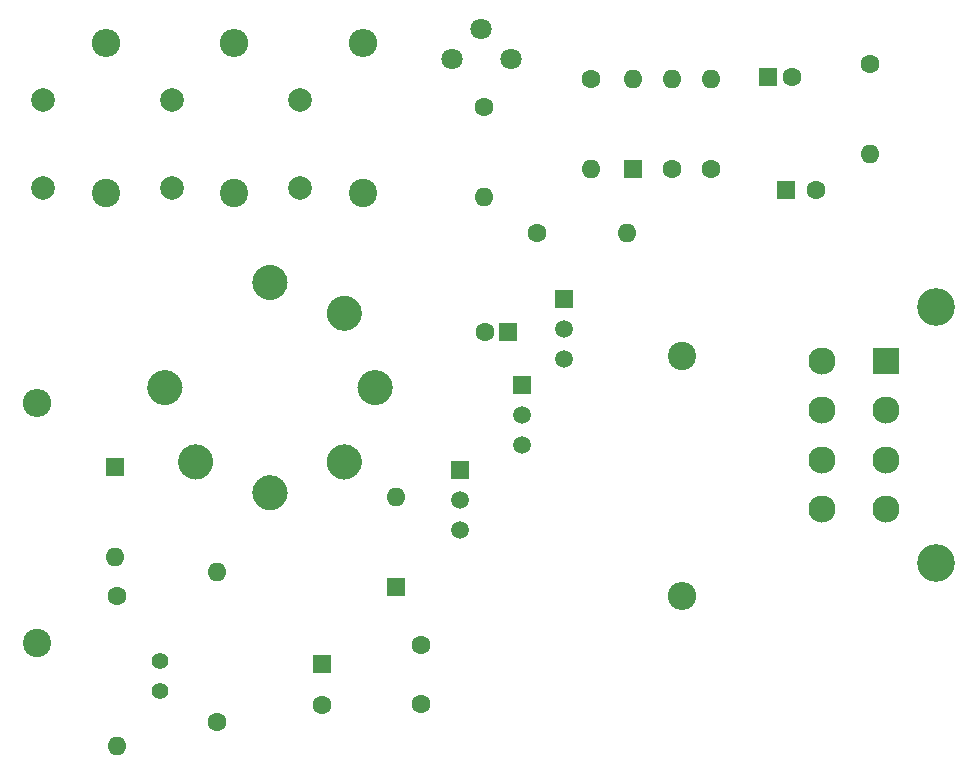
<source format=gbr>
%TF.GenerationSoftware,KiCad,Pcbnew,(5.1.12)-1*%
%TF.CreationDate,2022-10-14T12:22:32-06:00*%
%TF.ProjectId,SE30-Grayscale,53453330-2d47-4726-9179-7363616c652e,rev?*%
%TF.SameCoordinates,Original*%
%TF.FileFunction,Soldermask,Bot*%
%TF.FilePolarity,Negative*%
%FSLAX46Y46*%
G04 Gerber Fmt 4.6, Leading zero omitted, Abs format (unit mm)*
G04 Created by KiCad (PCBNEW (5.1.12)-1) date 2022-10-14 12:22:32*
%MOMM*%
%LPD*%
G01*
G04 APERTURE LIST*
%ADD10R,1.500000X1.500000*%
%ADD11C,1.500000*%
%ADD12R,2.300000X2.300000*%
%ADD13C,2.300000*%
%ADD14C,3.200001*%
%ADD15C,1.800000*%
%ADD16O,2.400000X2.400000*%
%ADD17C,2.400000*%
%ADD18O,1.600000X1.600000*%
%ADD19C,1.600000*%
%ADD20R,1.600000X1.600000*%
%ADD21C,1.400000*%
%ADD22C,2.000000*%
G04 APERTURE END LIST*
D10*
%TO.C,Q2*%
X143002000Y-90678000D03*
D11*
X143002000Y-95758000D03*
X143002000Y-93218000D03*
%TD*%
D10*
%TO.C,Q1*%
X148209000Y-83439000D03*
D11*
X148209000Y-88519000D03*
X148209000Y-85979000D03*
%TD*%
D12*
%TO.C,J1*%
X179070000Y-81407000D03*
D13*
X179070000Y-85606999D03*
X179070000Y-89806998D03*
X179070000Y-94006998D03*
X173570001Y-81407000D03*
X173570001Y-85606999D03*
X173570001Y-89806998D03*
X173570001Y-94006998D03*
D14*
X183269999Y-76907001D03*
X183269999Y-98506958D03*
%TD*%
%TO.C,V1*%
G36*
G01*
X134226910Y-88925590D02*
X134226910Y-88925590D01*
G75*
G02*
X134226910Y-91046910I-1060660J-1060660D01*
G01*
X134226910Y-91046910D01*
G75*
G02*
X132105590Y-91046910I-1060660J1060660D01*
G01*
X132105590Y-91046910D01*
G75*
G02*
X132105590Y-88925590I1060660J1060660D01*
G01*
X132105590Y-88925590D01*
G75*
G02*
X134226910Y-88925590I1060660J-1060660D01*
G01*
G37*
G36*
G01*
X136833660Y-82632340D02*
X136833660Y-82632340D01*
G75*
G02*
X136833660Y-84753660I-1060660J-1060660D01*
G01*
X136833660Y-84753660D01*
G75*
G02*
X134712340Y-84753660I-1060660J1060660D01*
G01*
X134712340Y-84753660D01*
G75*
G02*
X134712340Y-82632340I1060660J1060660D01*
G01*
X134712340Y-82632340D01*
G75*
G02*
X136833660Y-82632340I1060660J-1060660D01*
G01*
G37*
G36*
G01*
X134226910Y-76339090D02*
X134226910Y-76339090D01*
G75*
G02*
X134226910Y-78460410I-1060660J-1060660D01*
G01*
X134226910Y-78460410D01*
G75*
G02*
X132105590Y-78460410I-1060660J1060660D01*
G01*
X132105590Y-78460410D01*
G75*
G02*
X132105590Y-76339090I1060660J1060660D01*
G01*
X132105590Y-76339090D01*
G75*
G02*
X134226910Y-76339090I1060660J-1060660D01*
G01*
G37*
G36*
G01*
X127933660Y-73732340D02*
X127933660Y-73732340D01*
G75*
G02*
X127933660Y-75853660I-1060660J-1060660D01*
G01*
X127933660Y-75853660D01*
G75*
G02*
X125812340Y-75853660I-1060660J1060660D01*
G01*
X125812340Y-75853660D01*
G75*
G02*
X125812340Y-73732340I1060660J1060660D01*
G01*
X125812340Y-73732340D01*
G75*
G02*
X127933660Y-73732340I1060660J-1060660D01*
G01*
G37*
G36*
G01*
X119033660Y-82632340D02*
X119033660Y-82632340D01*
G75*
G02*
X119033660Y-84753660I-1060660J-1060660D01*
G01*
X119033660Y-84753660D01*
G75*
G02*
X116912340Y-84753660I-1060660J1060660D01*
G01*
X116912340Y-84753660D01*
G75*
G02*
X116912340Y-82632340I1060660J1060660D01*
G01*
X116912340Y-82632340D01*
G75*
G02*
X119033660Y-82632340I1060660J-1060660D01*
G01*
G37*
G36*
G01*
X121640410Y-88925590D02*
X121640410Y-88925590D01*
G75*
G02*
X121640410Y-91046910I-1060660J-1060660D01*
G01*
X121640410Y-91046910D01*
G75*
G02*
X119519090Y-91046910I-1060660J1060660D01*
G01*
X119519090Y-91046910D01*
G75*
G02*
X119519090Y-88925590I1060660J1060660D01*
G01*
X119519090Y-88925590D01*
G75*
G02*
X121640410Y-88925590I1060660J-1060660D01*
G01*
G37*
G36*
G01*
X127933660Y-91532340D02*
X127933660Y-91532340D01*
G75*
G02*
X127933660Y-93653660I-1060660J-1060660D01*
G01*
X127933660Y-93653660D01*
G75*
G02*
X125812340Y-93653660I-1060660J1060660D01*
G01*
X125812340Y-93653660D01*
G75*
G02*
X125812340Y-91532340I1060660J1060660D01*
G01*
X125812340Y-91532340D01*
G75*
G02*
X127933660Y-91532340I1060660J-1060660D01*
G01*
G37*
%TD*%
D15*
%TO.C,RV1*%
X147280000Y-55840000D03*
X142280000Y-55840000D03*
X144780000Y-53340000D03*
%TD*%
D16*
%TO.C,R11*%
X123825000Y-54483000D03*
D17*
X123825000Y-67183000D03*
%TD*%
D16*
%TO.C,R10*%
X134747000Y-54483000D03*
D17*
X134747000Y-67183000D03*
%TD*%
D16*
%TO.C,R9*%
X113030000Y-54483000D03*
D17*
X113030000Y-67183000D03*
%TD*%
D18*
%TO.C,R8*%
X145034000Y-67564000D03*
D19*
X145034000Y-59944000D03*
%TD*%
D18*
%TO.C,R7*%
X160909000Y-57531000D03*
D19*
X160909000Y-65151000D03*
%TD*%
D18*
%TO.C,R6*%
X157099000Y-70612000D03*
D19*
X149479000Y-70612000D03*
%TD*%
D18*
%TO.C,R5*%
X164211000Y-57531000D03*
D19*
X164211000Y-65151000D03*
%TD*%
D18*
%TO.C,R4*%
X177673000Y-63881000D03*
D19*
X177673000Y-56261000D03*
%TD*%
D18*
%TO.C,R3*%
X154051000Y-65151000D03*
D19*
X154051000Y-57531000D03*
%TD*%
D16*
%TO.C,R2*%
X107188000Y-84963000D03*
D17*
X107188000Y-105283000D03*
%TD*%
D16*
%TO.C,R1*%
X161798000Y-101346000D03*
D17*
X161798000Y-81026000D03*
%TD*%
D10*
%TO.C,Q3*%
X151765000Y-76200000D03*
D11*
X151765000Y-81280000D03*
X151765000Y-78740000D03*
%TD*%
D18*
%TO.C,L2*%
X122428000Y-99314000D03*
D19*
X122428000Y-112014000D03*
%TD*%
D18*
%TO.C,L1*%
X113919000Y-114046000D03*
D19*
X113919000Y-101346000D03*
%TD*%
D18*
%TO.C,D3*%
X137541000Y-92964000D03*
D20*
X137541000Y-100584000D03*
%TD*%
D18*
%TO.C,D2*%
X157607000Y-57531000D03*
D20*
X157607000Y-65151000D03*
%TD*%
D18*
%TO.C,D1*%
X113792000Y-98044000D03*
D20*
X113792000Y-90424000D03*
%TD*%
D19*
%TO.C,C9*%
X131318000Y-110561000D03*
D20*
X131318000Y-107061000D03*
%TD*%
D19*
%TO.C,C8*%
X171037000Y-57404000D03*
D20*
X169037000Y-57404000D03*
%TD*%
D21*
%TO.C,C7*%
X117602000Y-106847000D03*
X117602000Y-109347000D03*
%TD*%
D19*
%TO.C,C6*%
X139700000Y-105490000D03*
X139700000Y-110490000D03*
%TD*%
%TO.C,C5*%
X145066000Y-78994000D03*
D20*
X147066000Y-78994000D03*
%TD*%
D19*
%TO.C,C4*%
X173061000Y-66929000D03*
D20*
X170561000Y-66929000D03*
%TD*%
D22*
%TO.C,C3*%
X129413000Y-66809000D03*
X129413000Y-59309000D03*
%TD*%
%TO.C,C2*%
X118618000Y-66809000D03*
X118618000Y-59309000D03*
%TD*%
%TO.C,C1*%
X107696000Y-66809000D03*
X107696000Y-59309000D03*
%TD*%
M02*

</source>
